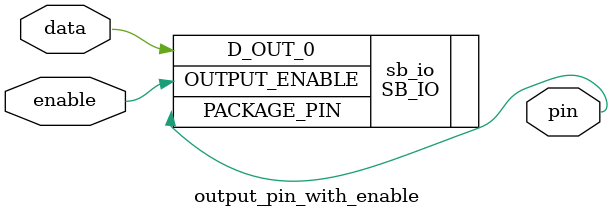
<source format=v>
module output_pin_with_enable(input data, input enable, output pin);

SB_IO #(
    .PIN_TYPE(6'b 1010_01),
    .PULLUP(1'b 0)
) sb_io (
    .PACKAGE_PIN(pin),
    .OUTPUT_ENABLE(enable),
    .D_OUT_0(data),
);

endmodule

</source>
